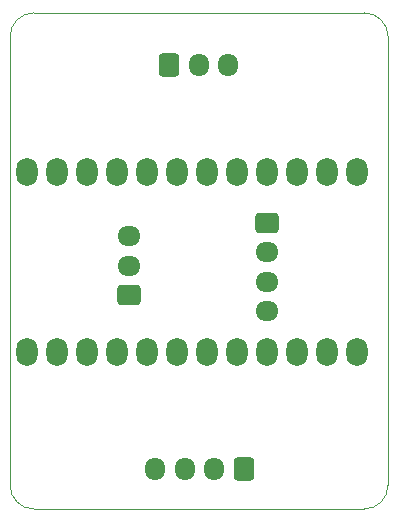
<source format=gts>
%TF.GenerationSoftware,KiCad,Pcbnew,6.0.1-79c1e3a40b~116~ubuntu20.04.1*%
%TF.CreationDate,2022-02-07T15:26:08-03:00*%
%TF.ProjectId,v_simple,765f7369-6d70-46c6-952e-6b696361645f,rev?*%
%TF.SameCoordinates,Original*%
%TF.FileFunction,Soldermask,Top*%
%TF.FilePolarity,Negative*%
%FSLAX46Y46*%
G04 Gerber Fmt 4.6, Leading zero omitted, Abs format (unit mm)*
G04 Created by KiCad (PCBNEW 6.0.1-79c1e3a40b~116~ubuntu20.04.1) date 2022-02-07 15:26:08*
%MOMM*%
%LPD*%
G01*
G04 APERTURE LIST*
G04 Aperture macros list*
%AMRoundRect*
0 Rectangle with rounded corners*
0 $1 Rounding radius*
0 $2 $3 $4 $5 $6 $7 $8 $9 X,Y pos of 4 corners*
0 Add a 4 corners polygon primitive as box body*
4,1,4,$2,$3,$4,$5,$6,$7,$8,$9,$2,$3,0*
0 Add four circle primitives for the rounded corners*
1,1,$1+$1,$2,$3*
1,1,$1+$1,$4,$5*
1,1,$1+$1,$6,$7*
1,1,$1+$1,$8,$9*
0 Add four rect primitives between the rounded corners*
20,1,$1+$1,$2,$3,$4,$5,0*
20,1,$1+$1,$4,$5,$6,$7,0*
20,1,$1+$1,$6,$7,$8,$9,0*
20,1,$1+$1,$8,$9,$2,$3,0*%
G04 Aperture macros list end*
%TA.AperFunction,Profile*%
%ADD10C,0.100000*%
%TD*%
%ADD11O,1.950000X1.700000*%
%ADD12RoundRect,0.250000X0.725000X-0.600000X0.725000X0.600000X-0.725000X0.600000X-0.725000X-0.600000X0*%
%ADD13RoundRect,0.250000X0.600000X0.725000X-0.600000X0.725000X-0.600000X-0.725000X0.600000X-0.725000X0*%
%ADD14O,1.700000X1.950000*%
%ADD15O,1.800000X2.400000*%
%ADD16RoundRect,0.250000X-0.600000X-0.725000X0.600000X-0.725000X0.600000X0.725000X-0.600000X0.725000X0*%
%ADD17RoundRect,0.250000X-0.725000X0.600000X-0.725000X-0.600000X0.725000X-0.600000X0.725000X0.600000X0*%
G04 APERTURE END LIST*
D10*
X86000000Y-58000000D02*
X114000000Y-58000000D01*
X114000000Y-100000000D02*
X86000000Y-100000000D01*
X116000000Y-60000000D02*
G75*
G03*
X114000000Y-58000000I-1999999J1D01*
G01*
X84000000Y-98000000D02*
X84000000Y-60000000D01*
X116000000Y-98000000D02*
X116000000Y-60000000D01*
X84000000Y-98000000D02*
G75*
G03*
X86000000Y-100000000I1999999J-1D01*
G01*
X114000000Y-100000000D02*
G75*
G03*
X116000000Y-98000000I1J1999999D01*
G01*
X86000000Y-58000000D02*
G75*
G03*
X84000000Y-60000000I-1J-1999999D01*
G01*
D11*
X94050000Y-76900000D03*
X94050000Y-79400000D03*
D12*
X94050000Y-81900000D03*
D13*
X103800000Y-96625000D03*
D14*
X101300000Y-96625000D03*
X98800000Y-96625000D03*
X96300000Y-96625000D03*
D15*
X85470000Y-86720000D03*
X88010000Y-86720000D03*
X90550000Y-86720000D03*
X93090000Y-86720000D03*
X95630000Y-86720000D03*
X98170000Y-86720000D03*
X100710000Y-86720000D03*
X103250000Y-86720000D03*
X105790000Y-86720000D03*
X108330000Y-86720000D03*
X110870000Y-86720000D03*
X113410000Y-86720000D03*
X113410000Y-71480000D03*
X110870000Y-71480000D03*
X108330000Y-71480000D03*
X105790000Y-71480000D03*
X103250000Y-71480000D03*
X100710000Y-71480000D03*
X98170000Y-71480000D03*
X95630000Y-71480000D03*
X93090000Y-71480000D03*
X90550000Y-71480000D03*
X88010000Y-71480000D03*
X85470000Y-71480000D03*
D16*
X97460000Y-62375000D03*
D14*
X99960000Y-62375000D03*
X102460000Y-62375000D03*
D17*
X105750000Y-75750000D03*
D11*
X105750000Y-78250000D03*
X105750000Y-80750000D03*
X105750000Y-83250000D03*
M02*

</source>
